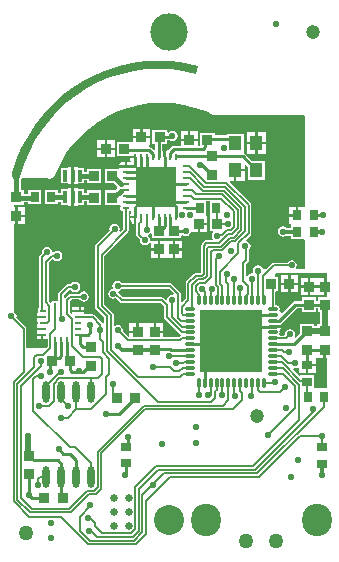
<source format=gtl>
%FSLAX25Y25*%
%MOIN*%
G70*
G01*
G75*
G04 Layer_Physical_Order=1*
G04 Layer_Color=255*
%ADD10O,0.02559X0.00984*%
%ADD11O,0.00984X0.02559*%
%ADD12R,0.13780X0.13780*%
%ADD13R,0.00984X0.02150*%
%ADD14R,0.02150X0.00984*%
%ADD15C,0.02953*%
%ADD16R,0.04331X0.05118*%
%ADD17R,0.03740X0.03543*%
%ADD18R,0.03543X0.03150*%
%ADD19R,0.03543X0.03740*%
%ADD20R,0.03150X0.03543*%
%ADD21O,0.02362X0.07284*%
%ADD22R,0.01378X0.03937*%
%ADD23O,0.03465X0.01102*%
%ADD24O,0.01102X0.03465*%
%ADD25R,0.20866X0.20866*%
%ADD26C,0.04700*%
%ADD27C,0.01000*%
%ADD28C,0.00600*%
%ADD29C,0.01640*%
%ADD30C,0.01200*%
%ADD31C,0.00800*%
%ADD32C,0.02000*%
%ADD33C,0.01100*%
%ADD34C,0.01500*%
%ADD35O,0.09843X0.10827*%
%ADD36C,0.12500*%
%ADD37C,0.10000*%
%ADD38C,0.02200*%
%ADD39C,0.02598*%
%ADD40C,0.05000*%
G36*
X68181Y118672D02*
X68181D01*
Y113928D01*
X68181D01*
Y113572D01*
X68081Y113472D01*
X68081D01*
Y108728D01*
X69005D01*
X69045Y108670D01*
X69249Y108287D01*
X68899Y107763D01*
X68767Y107100D01*
X68899Y106437D01*
X69085Y106159D01*
X68849Y105718D01*
X67000D01*
X66707Y105659D01*
X66649Y105648D01*
X66351Y105449D01*
X65451Y104549D01*
X65252Y104251D01*
X65182Y103900D01*
Y94861D01*
X65139Y94818D01*
X63578D01*
X63226Y94748D01*
X62929Y94549D01*
X60351Y91971D01*
X60152Y91674D01*
X60082Y91322D01*
Y86080D01*
X58980Y84977D01*
X58518Y85169D01*
Y87800D01*
X58448Y88151D01*
X58249Y88449D01*
X55549Y91149D01*
X55251Y91348D01*
X54900Y91418D01*
X38831D01*
X38626Y91726D01*
X38063Y92101D01*
X37400Y92233D01*
X36737Y92101D01*
X36174Y91726D01*
X35799Y91163D01*
X35667Y90500D01*
X35799Y89837D01*
X35689Y89571D01*
X35337Y89501D01*
X34774Y89126D01*
X34399Y88563D01*
X34267Y87900D01*
X34399Y87237D01*
X34774Y86674D01*
X35337Y86299D01*
X36000Y86167D01*
X36663Y86299D01*
X36852Y86425D01*
X38226Y85051D01*
X38524Y84852D01*
X38875Y84782D01*
X51720D01*
X52885Y83618D01*
Y80108D01*
X52885Y80108D01*
X52885D01*
X52955Y79757D01*
X53153Y79459D01*
X58262Y74351D01*
X58262D01*
X58262Y74351D01*
X58262Y74351D01*
Y74351D01*
X58412Y74251D01*
Y73751D01*
X58235Y73633D01*
X57901Y73299D01*
X52672D01*
Y74751D01*
X49900D01*
Y75151D01*
X49500D01*
Y78021D01*
X47128D01*
Y78021D01*
X46920D01*
X46872Y78070D01*
Y78070D01*
X44500D01*
Y75200D01*
X44100D01*
Y74800D01*
X41328D01*
Y73723D01*
X40866Y73531D01*
X39061Y75337D01*
X39133Y75700D01*
X39001Y76363D01*
X38626Y76926D01*
X38063Y77301D01*
X37400Y77433D01*
X36737Y77301D01*
X36559Y77182D01*
X36118Y77418D01*
Y80800D01*
X36048Y81151D01*
X35849Y81449D01*
X33018Y84280D01*
Y100525D01*
X40808Y108315D01*
X41007Y108613D01*
X41077Y108964D01*
Y115423D01*
X41373Y115481D01*
X41648Y115665D01*
X41847Y115559D01*
X41969Y115074D01*
X41805Y114829D01*
X41689Y114246D01*
Y113859D01*
X43210D01*
Y113459D01*
X43610D01*
Y110909D01*
X43682Y110850D01*
Y107600D01*
X43752Y107249D01*
X43951Y106951D01*
X44839Y106063D01*
X44767Y105700D01*
X44899Y105037D01*
X45274Y104474D01*
X45837Y104099D01*
X46500Y103967D01*
X47163Y104099D01*
X47726Y104474D01*
X47950Y104810D01*
X48428Y104665D01*
Y103049D01*
X50800D01*
Y105519D01*
X48428D01*
X48428Y105519D01*
Y105519D01*
X48343Y105536D01*
X48233Y105700D01*
D01*
X48101Y106363D01*
X47726Y106926D01*
X47458Y107105D01*
X47555Y107595D01*
X47811Y107646D01*
X48373Y108022D01*
X48828Y107717D01*
Y106281D01*
X53572D01*
Y106281D01*
X53572D01*
X53572Y106281D01*
X53828D01*
Y106281D01*
X58572D01*
Y107246D01*
X59013Y107482D01*
X59437Y107199D01*
X60100Y107067D01*
X60763Y107199D01*
X61326Y107574D01*
X61701Y108137D01*
X61739Y108328D01*
X64049D01*
Y111100D01*
X64449D01*
Y111500D01*
X67319D01*
Y113872D01*
X67019D01*
Y113928D01*
X67019D01*
Y118672D01*
D01*
Y118672D01*
X67030Y118682D01*
X68181D01*
Y118672D01*
D02*
G37*
G36*
X56076Y88026D02*
X55840Y87586D01*
X55600Y87633D01*
X54937Y87501D01*
X54374Y87126D01*
X53999Y86563D01*
X53867Y85900D01*
X53309Y85789D01*
X52749Y86349D01*
X52451Y86548D01*
X52100Y86618D01*
X39255D01*
X37674Y88199D01*
X37601Y88563D01*
X37711Y88829D01*
X38063Y88899D01*
X38626Y89274D01*
X38831Y89582D01*
X54520D01*
X56076Y88026D01*
D02*
G37*
G36*
X104328Y81679D02*
X104769D01*
Y79810D01*
X104767Y79800D01*
X104869Y79287D01*
Y77821D01*
X104028D01*
Y76983D01*
X102972D01*
Y77821D01*
X98228D01*
Y74638D01*
X96843Y73253D01*
X96457Y73570D01*
X96501Y73637D01*
X96633Y74300D01*
X96501Y74963D01*
X96126Y75526D01*
X95563Y75901D01*
X94900Y76033D01*
X94237Y75901D01*
X93674Y75526D01*
X93299Y74963D01*
X93167Y74300D01*
X93169Y74288D01*
X92852Y73902D01*
X91473D01*
X91238Y74343D01*
X91345Y74504D01*
X91434Y74953D01*
X91345Y75402D01*
X91310Y75455D01*
X91379Y75803D01*
X91379Y75803D01*
X91379D01*
X91722Y76316D01*
X91763Y76521D01*
X89079D01*
Y77321D01*
X91763D01*
X91722Y77526D01*
X91688Y77577D01*
X91783Y77807D01*
X92163Y78061D01*
X92163Y78061D01*
X92163Y78061D01*
X97179Y83076D01*
X98828D01*
Y81679D01*
X103572D01*
Y83076D01*
X104328D01*
Y81679D01*
D02*
G37*
G36*
X107300Y93121D02*
X107100D01*
Y90251D01*
Y87381D01*
X107300D01*
Y86619D01*
X104328D01*
Y85421D01*
X103572D01*
Y86619D01*
X98828D01*
Y85421D01*
X96693D01*
X96245Y85332D01*
X95864Y85078D01*
X92212Y81426D01*
X91714Y81475D01*
X91379Y81977D01*
Y81977D01*
X91379D01*
X91310Y82325D01*
X91345Y82378D01*
X91434Y82827D01*
X91345Y83276D01*
X91091Y83657D01*
X90710Y83911D01*
X90261Y84000D01*
X90031D01*
X90010Y88474D01*
X90363Y88828D01*
X91019D01*
Y93572D01*
X89986D01*
X89982Y94346D01*
X90335Y94700D01*
X107300D01*
Y93121D01*
D02*
G37*
G36*
X55478Y165288D02*
X59841Y164713D01*
X64137Y163761D01*
X63838Y162538D01*
X63372Y161232D01*
X59328Y162129D01*
X55221Y162670D01*
X51082Y162850D01*
X46943Y162670D01*
X42836Y162129D01*
X38792Y161232D01*
X34841Y159987D01*
X31013Y158401D01*
X27339Y156489D01*
X23845Y154263D01*
X20558Y151741D01*
X17504Y148942D01*
X14705Y145888D01*
X12184Y142601D01*
X9958Y139107D01*
X8045Y135433D01*
X6459Y131606D01*
X5214Y127655D01*
X4586Y126219D01*
X4389Y126317D01*
X2617Y126809D01*
X2420Y127006D01*
X2359Y128093D01*
X3682Y132290D01*
X5366Y136355D01*
X7398Y140259D01*
X9763Y143970D01*
X12441Y147461D01*
X15414Y150706D01*
X18659Y153678D01*
X22150Y156357D01*
X25861Y158722D01*
X29764Y160754D01*
X33830Y162437D01*
X38027Y163761D01*
X42323Y164713D01*
X46686Y165288D01*
X51082Y165480D01*
X55478Y165288D01*
D02*
G37*
G36*
X106800Y66379D02*
X107300D01*
Y56744D01*
X107029Y56500D01*
Y56500D01*
X107029Y56500D01*
X102972D01*
Y60719D01*
X98228D01*
X98228Y60719D01*
Y60719D01*
X97908Y60586D01*
X95871Y62624D01*
X96107Y63065D01*
X96600Y62967D01*
X97263Y63099D01*
X97387Y63182D01*
X97828Y62946D01*
Y61481D01*
X100200D01*
Y64056D01*
X100600D01*
Y64456D01*
X103372D01*
Y66379D01*
X103628D01*
Y66379D01*
X106000D01*
Y69249D01*
X106800D01*
Y66379D01*
D02*
G37*
G36*
X55838Y151383D02*
X59542Y150833D01*
X63175Y149924D01*
X66702Y148662D01*
X69075Y147539D01*
X69075Y147539D01*
X69075Y147539D01*
X69107Y147548D01*
X69209Y147480D01*
X70029Y147317D01*
X99619D01*
X99972Y146963D01*
X99931Y116772D01*
X99821D01*
X99819D01*
X99577Y116772D01*
X99577Y116772D01*
Y116772D01*
X97644D01*
Y114000D01*
X97244D01*
Y113600D01*
X94669D01*
Y111228D01*
X95069D01*
Y110772D01*
X95069D01*
Y109624D01*
X93861D01*
X93726Y109826D01*
X93163Y110201D01*
X92500Y110333D01*
X91837Y110201D01*
X91274Y109826D01*
X90899Y109263D01*
X90767Y108600D01*
X90899Y107937D01*
X91274Y107374D01*
X91837Y106999D01*
X92500Y106867D01*
X93163Y106999D01*
X93429Y107176D01*
X95069D01*
Y106028D01*
X99419D01*
Y106028D01*
X99563Y106028D01*
X99916Y105674D01*
X99904Y96355D01*
X99548Y96004D01*
X97126Y96032D01*
X96893Y96474D01*
X97001Y96637D01*
X97133Y97300D01*
X97001Y97963D01*
X96626Y98526D01*
X96063Y98901D01*
X95400Y99033D01*
X94737Y98901D01*
X94174Y98526D01*
X93969Y98218D01*
X89400D01*
X89107Y98159D01*
X89049Y98148D01*
X88751Y97949D01*
X86952Y96149D01*
X85821Y96162D01*
X85801Y96263D01*
X85426Y96826D01*
X84863Y97201D01*
X84200Y97333D01*
X83537Y97201D01*
X82974Y96826D01*
X82599Y96263D01*
X82586Y96200D01*
X82540Y96200D01*
X82543Y95984D01*
X82467Y95600D01*
X82555Y95157D01*
X82558Y94931D01*
X82200Y94633D01*
X81537Y94501D01*
X80974Y94126D01*
X80696Y93709D01*
X80218Y93854D01*
Y97753D01*
X80870Y98405D01*
X81069Y98703D01*
X81139Y99054D01*
Y102416D01*
X81226Y102474D01*
X81601Y103037D01*
X81733Y103700D01*
X81601Y104363D01*
X81226Y104926D01*
X80663Y105301D01*
X80275Y105379D01*
X80130Y105857D01*
X81749Y107476D01*
X81948Y107774D01*
X81959Y107832D01*
X82018Y108125D01*
Y117300D01*
X81948Y117651D01*
X81749Y117949D01*
X74674Y125024D01*
X74865Y125486D01*
X76213D01*
Y129045D01*
X76613D01*
Y129445D01*
X79779D01*
Y130682D01*
X80241Y130873D01*
X80935Y130179D01*
Y125886D01*
X86465D01*
Y132204D01*
X82082D01*
X79842Y134444D01*
X79478Y134687D01*
X79379Y134707D01*
Y134941D01*
X79379D01*
Y141259D01*
X73848D01*
Y140722D01*
X69821D01*
Y141572D01*
X64881D01*
Y137098D01*
X64119D01*
Y138800D01*
X58379D01*
Y137098D01*
X56077D01*
X56077Y137099D01*
X55648Y137013D01*
X55284Y136770D01*
X54228Y135714D01*
X54158Y135609D01*
X53668Y135512D01*
X53635Y135534D01*
X53453Y135570D01*
Y133341D01*
X52653D01*
Y135570D01*
X52643Y135568D01*
X52257Y135886D01*
Y137728D01*
X53921D01*
Y139078D01*
X54618D01*
X55037Y138799D01*
X55700Y138667D01*
X56363Y138799D01*
X56926Y139174D01*
X57301Y139737D01*
X57433Y140400D01*
X57301Y141063D01*
X56926Y141626D01*
X56363Y142001D01*
X55700Y142133D01*
X55037Y142001D01*
X54474Y141626D01*
X54400Y141514D01*
X53921Y141659D01*
Y142472D01*
X48981D01*
Y137728D01*
X49912D01*
Y135855D01*
X49450Y135663D01*
X48600Y136514D01*
X48236Y136757D01*
X47864Y136831D01*
X47913Y137328D01*
X48219D01*
Y139700D01*
X42479D01*
Y138910D01*
X42140Y138572D01*
X42125Y138572D01*
X42125Y138572D01*
Y138572D01*
X37200D01*
Y133828D01*
X41689D01*
Y133741D01*
X43210D01*
Y132941D01*
X41689D01*
Y132554D01*
X41785Y132068D01*
X41432Y131715D01*
X40946Y131811D01*
X40559D01*
Y130290D01*
X40159D01*
Y129890D01*
X37930D01*
X37936Y129858D01*
X37626Y129480D01*
X37613Y129472D01*
X33181D01*
Y124728D01*
X36244D01*
X36650Y124323D01*
X36650Y124323D01*
X36650Y124323D01*
X37305Y123343D01*
X37305Y123168D01*
X36408Y122272D01*
X33181D01*
Y117528D01*
X38121D01*
X38121Y117528D01*
X38121D01*
X38296Y117403D01*
D01*
X38296D01*
X38378Y116989D01*
X38343Y116936D01*
X38258Y116510D01*
X38343Y116084D01*
X38584Y115723D01*
X38945Y115481D01*
X39241Y115423D01*
Y109344D01*
X38453Y108556D01*
X38012Y108792D01*
X38133Y109400D01*
X38001Y110063D01*
X37626Y110626D01*
X37063Y111001D01*
X36400Y111133D01*
X35737Y111001D01*
X35174Y110626D01*
X34799Y110063D01*
X34667Y109400D01*
X34756Y108953D01*
X30116Y104314D01*
X29917Y104016D01*
X29847Y103665D01*
Y83538D01*
X29917Y83187D01*
X30116Y82889D01*
X32882Y80123D01*
Y78162D01*
X32404Y78017D01*
X32249Y78249D01*
X29780Y80717D01*
X29483Y80916D01*
X29131Y80986D01*
X26363D01*
Y81637D01*
X22214D01*
Y81437D01*
X21752Y81246D01*
X21375Y81622D01*
Y82224D01*
X21550D01*
Y85491D01*
X22041Y85982D01*
X24669D01*
X24874Y85674D01*
X25437Y85299D01*
X26100Y85167D01*
X26763Y85299D01*
X27326Y85674D01*
X27701Y86237D01*
X27833Y86900D01*
X27701Y87563D01*
X27326Y88126D01*
X26763Y88501D01*
X26100Y88633D01*
X25437Y88501D01*
X24874Y88126D01*
X24669Y87818D01*
X21661D01*
X21310Y87748D01*
X21012Y87549D01*
X19869Y86406D01*
X19476Y86568D01*
X19407Y86614D01*
Y87409D01*
X21180Y89182D01*
X21769D01*
X21974Y88874D01*
X22537Y88499D01*
X23200Y88367D01*
X23863Y88499D01*
X24426Y88874D01*
X24801Y89437D01*
X24933Y90100D01*
X24801Y90763D01*
X24426Y91326D01*
X23863Y91701D01*
X23200Y91833D01*
X22537Y91701D01*
X21974Y91326D01*
X21769Y91018D01*
X20800D01*
X20449Y90948D01*
X20151Y90749D01*
X17840Y88438D01*
X17641Y88140D01*
X17572Y87789D01*
Y85574D01*
X15429D01*
Y85098D01*
X14967Y84907D01*
X14518Y85356D01*
Y98120D01*
X15699Y99301D01*
X15974Y99274D01*
X16537Y98899D01*
X17200Y98767D01*
X17863Y98899D01*
X18426Y99274D01*
X18801Y99837D01*
X18933Y100500D01*
X18801Y101163D01*
X18426Y101726D01*
X17863Y102101D01*
X17200Y102233D01*
X16537Y102101D01*
X16043Y101771D01*
X15682Y101921D01*
X15575Y101992D01*
X15501Y102363D01*
X15126Y102926D01*
X14563Y103301D01*
X13900Y103433D01*
X13237Y103301D01*
X12674Y102926D01*
X12299Y102363D01*
X12167Y101700D01*
X12239Y101337D01*
X11541Y100639D01*
X11342Y100341D01*
X11272Y99990D01*
Y83129D01*
X11015D01*
Y81561D01*
X10615D01*
Y80468D01*
X12190D01*
Y79668D01*
X10615D01*
Y78576D01*
X11015D01*
Y77624D01*
X10615D01*
Y76531D01*
X12190D01*
Y75731D01*
X10615D01*
Y74639D01*
Y74563D01*
X12190D01*
Y74163D01*
X12590D01*
Y72671D01*
X14103D01*
Y70301D01*
X13494Y69692D01*
X7009Y69697D01*
Y76209D01*
X6939Y76560D01*
X6740Y76857D01*
X3661Y79937D01*
X3733Y80300D01*
X3601Y80963D01*
X3226Y81526D01*
X3000Y81676D01*
Y110979D01*
X3300D01*
Y113849D01*
Y116719D01*
X3000D01*
Y117481D01*
X6072D01*
Y118352D01*
X7569D01*
Y117628D01*
X11919D01*
Y122372D01*
X7569D01*
Y121248D01*
X6072D01*
Y122421D01*
X5148D01*
Y125870D01*
X5197Y125903D01*
X5656Y126590D01*
D01*
Y126590D01*
X5656D01*
D01*
Y126590D01*
X5892Y126683D01*
X6071Y126564D01*
X6500Y126478D01*
X13805D01*
X13903Y126413D01*
X14723Y126250D01*
X15542Y126413D01*
X16237Y126877D01*
X16701Y127571D01*
X16706Y127596D01*
X16693Y127601D01*
X16839Y128008D01*
X18440Y131394D01*
X20366Y134606D01*
X22596Y137614D01*
X25112Y140389D01*
X27887Y142904D01*
X30895Y145135D01*
X34107Y147061D01*
X37493Y148662D01*
X41019Y149924D01*
X44652Y150833D01*
X48357Y151383D01*
X52097Y151567D01*
X55838Y151383D01*
D02*
G37*
%LPC*%
G36*
X104282Y93121D02*
Y93121D01*
X103972Y93121D01*
X103950D01*
X103928D01*
X103618Y93121D01*
X103618Y93121D01*
Y93121D01*
X101600D01*
Y90251D01*
Y87381D01*
X103618D01*
X103618Y87381D01*
Y87381D01*
X103928Y87381D01*
X103950D01*
X103972D01*
X104282Y87381D01*
X104282Y87381D01*
Y87381D01*
X106300D01*
Y90251D01*
Y93121D01*
X104282D01*
X104282Y93121D01*
D02*
G37*
G36*
X94251Y93972D02*
X91781D01*
Y91600D01*
X94251D01*
Y93972D01*
D02*
G37*
G36*
X97521D02*
X95051D01*
Y91600D01*
X97521D01*
Y93972D01*
D02*
G37*
G36*
X58972Y105519D02*
X56600D01*
Y103049D01*
X58972D01*
Y105519D01*
D02*
G37*
G36*
X67319Y110700D02*
X64849D01*
Y108328D01*
X67319D01*
Y110700D01*
D02*
G37*
G36*
X58972Y102249D02*
X56600D01*
Y99779D01*
X58972D01*
Y102249D01*
D02*
G37*
G36*
X50800D02*
X48428D01*
Y99779D01*
X50800D01*
Y102249D01*
D02*
G37*
G36*
X55800Y105519D02*
X51600D01*
Y102649D01*
Y99779D01*
X55800D01*
Y102649D01*
Y105519D01*
D02*
G37*
G36*
X100800Y93121D02*
X98428D01*
Y90651D01*
X100800D01*
Y93121D01*
D02*
G37*
G36*
X52672Y78021D02*
X50300D01*
Y75551D01*
X52672D01*
Y78021D01*
D02*
G37*
G36*
X43700Y78070D02*
X41328D01*
Y75600D01*
X43700D01*
Y78070D01*
D02*
G37*
G36*
X103372Y63656D02*
X101000D01*
Y61481D01*
X103372D01*
Y63656D01*
D02*
G37*
G36*
X11790Y73763D02*
X10615D01*
Y72671D01*
X11790D01*
Y73763D01*
D02*
G37*
G36*
X24388Y83529D02*
X22214D01*
Y82437D01*
X24388D01*
Y83529D01*
D02*
G37*
G36*
X94251Y90800D02*
X91781D01*
Y88428D01*
X94251D01*
Y90800D01*
D02*
G37*
G36*
X97521D02*
X95051D01*
Y88428D01*
X97521D01*
Y90800D01*
D02*
G37*
G36*
X26363Y83529D02*
X25188D01*
Y82437D01*
X26363D01*
Y83529D01*
D02*
G37*
G36*
X100800Y89851D02*
X98428D01*
Y87381D01*
X100800D01*
Y89851D01*
D02*
G37*
G36*
X33168Y138972D02*
X30698D01*
Y136600D01*
X33168D01*
Y138972D01*
D02*
G37*
G36*
X36438D02*
X33968D01*
Y136600D01*
X36438D01*
Y138972D01*
D02*
G37*
G36*
X86865Y137700D02*
X84100D01*
Y134541D01*
X86865D01*
Y137700D01*
D02*
G37*
G36*
X36438Y135800D02*
X33968D01*
Y133428D01*
X36438D01*
Y135800D01*
D02*
G37*
G36*
X83300Y137700D02*
X80535D01*
Y134541D01*
X83300D01*
Y137700D01*
D02*
G37*
G36*
Y141659D02*
X80535D01*
Y138500D01*
X83300D01*
Y141659D01*
D02*
G37*
G36*
X44949Y142872D02*
X42479D01*
Y140500D01*
X44949D01*
Y142872D01*
D02*
G37*
G36*
X48219D02*
X45749D01*
Y140500D01*
X48219D01*
Y142872D01*
D02*
G37*
G36*
X64119Y141972D02*
X61649D01*
Y139600D01*
X64119D01*
Y141972D01*
D02*
G37*
G36*
X86865Y141659D02*
X84100D01*
Y138500D01*
X86865D01*
Y141659D01*
D02*
G37*
G36*
X60849Y141972D02*
X58379D01*
Y139600D01*
X60849D01*
Y141972D01*
D02*
G37*
G36*
X96844Y116772D02*
X94669D01*
Y114400D01*
X96844D01*
Y116772D01*
D02*
G37*
G36*
X24089Y123125D02*
X22800D01*
Y120157D01*
Y117188D01*
X24089D01*
Y117588D01*
X26248D01*
Y118609D01*
X27079D01*
Y117528D01*
X32019D01*
Y122272D01*
X27079D01*
Y121505D01*
X26248D01*
Y122725D01*
X24089D01*
Y123125D01*
D02*
G37*
G36*
X6472Y116719D02*
X4100D01*
Y114249D01*
X6472D01*
Y116719D01*
D02*
G37*
G36*
Y113449D02*
X4100D01*
Y110979D01*
X6472D01*
Y113449D01*
D02*
G37*
G36*
X42810Y113059D02*
X41689D01*
Y112672D01*
X41805Y112090D01*
X42134Y111596D01*
X42628Y111266D01*
X42810Y111230D01*
Y113059D01*
D02*
G37*
G36*
X22000Y123125D02*
X20711D01*
Y122725D01*
X18552D01*
Y121448D01*
X17431D01*
Y122372D01*
X13081D01*
Y117628D01*
X17431D01*
Y118552D01*
X18552D01*
Y117588D01*
X20711D01*
Y117188D01*
X22000D01*
Y120157D01*
Y123125D01*
D02*
G37*
G36*
X39759Y131811D02*
X39372D01*
X38789Y131695D01*
X38296Y131366D01*
X37966Y130872D01*
X37930Y130690D01*
X39759D01*
Y131811D01*
D02*
G37*
G36*
X33168Y135800D02*
X30698D01*
Y133428D01*
X33168D01*
Y135800D01*
D02*
G37*
G36*
X79779Y128645D02*
X77013D01*
Y125486D01*
X79779D01*
Y128645D01*
D02*
G37*
G36*
X22000Y130212D02*
X20711D01*
Y129812D01*
X18552D01*
Y124675D01*
X20711D01*
Y124275D01*
X22000D01*
Y127243D01*
Y130212D01*
D02*
G37*
G36*
X24089D02*
X22800D01*
Y127243D01*
Y124275D01*
X24089D01*
Y124675D01*
X26248D01*
Y125696D01*
X27079D01*
Y124728D01*
X32019D01*
Y129472D01*
X27079D01*
Y128591D01*
X26248D01*
Y129812D01*
X24089D01*
Y130212D01*
D02*
G37*
%LPD*%
D10*
X40159Y130290D02*
D03*
Y128321D02*
D03*
Y126353D02*
D03*
Y124384D02*
D03*
Y122416D02*
D03*
Y120447D02*
D03*
Y118479D02*
D03*
Y116510D02*
D03*
X60041D02*
D03*
Y118479D02*
D03*
Y120447D02*
D03*
Y122416D02*
D03*
Y124384D02*
D03*
Y126353D02*
D03*
Y128321D02*
D03*
Y130290D02*
D03*
D11*
X43210Y113459D02*
D03*
X45179D02*
D03*
X47147D02*
D03*
X49116D02*
D03*
X51084D02*
D03*
X53053D02*
D03*
X55021D02*
D03*
X56990D02*
D03*
Y133341D02*
D03*
X55021D02*
D03*
X53053D02*
D03*
X51084D02*
D03*
X49116D02*
D03*
X47147D02*
D03*
X45179D02*
D03*
X43210D02*
D03*
D12*
X50100Y123400D02*
D03*
D13*
X20458Y72301D02*
D03*
X18489D02*
D03*
X16521D02*
D03*
Y83899D02*
D03*
X18489D02*
D03*
X20458D02*
D03*
D14*
X12690Y74163D02*
D03*
Y76131D02*
D03*
Y78100D02*
D03*
Y80068D02*
D03*
Y82037D02*
D03*
X24288D02*
D03*
Y80068D02*
D03*
Y78100D02*
D03*
Y76131D02*
D03*
Y74163D02*
D03*
D15*
X3700Y127400D02*
D03*
D16*
X83700Y138100D02*
D03*
X76613D02*
D03*
X83700Y129045D02*
D03*
X76613D02*
D03*
D17*
X43151Y53000D02*
D03*
X37049D02*
D03*
X15449Y65300D02*
D03*
X21551D02*
D03*
X70551Y111100D02*
D03*
X64449D02*
D03*
X35651Y119900D02*
D03*
X29549D02*
D03*
X35651Y127100D02*
D03*
X29549D02*
D03*
X12949Y19900D02*
D03*
X19051D02*
D03*
X39670Y136200D02*
D03*
X33568D02*
D03*
X45349Y140100D02*
D03*
X51451D02*
D03*
X67351Y139200D02*
D03*
X61249D02*
D03*
X94651Y91200D02*
D03*
X88549D02*
D03*
D18*
X40200Y36856D02*
D03*
Y31344D02*
D03*
X100600Y58544D02*
D03*
Y64056D02*
D03*
X105400Y31244D02*
D03*
Y36756D02*
D03*
D19*
X28400Y63898D02*
D03*
Y70000D02*
D03*
X56200Y102649D02*
D03*
Y108751D02*
D03*
X51200D02*
D03*
Y102649D02*
D03*
X3700Y119951D02*
D03*
Y113849D02*
D03*
X68800Y127549D02*
D03*
Y133651D02*
D03*
X101200Y84149D02*
D03*
Y90251D02*
D03*
X106700D02*
D03*
Y84149D02*
D03*
X100600Y69249D02*
D03*
Y75351D02*
D03*
X106400Y69249D02*
D03*
Y75351D02*
D03*
X49900Y75151D02*
D03*
Y69049D02*
D03*
X44100Y69098D02*
D03*
Y75200D02*
D03*
X7900Y27749D02*
D03*
Y33851D02*
D03*
D20*
X100744Y53600D02*
D03*
X106256D02*
D03*
X9744Y120000D02*
D03*
X15256D02*
D03*
X64844Y116300D02*
D03*
X70356D02*
D03*
X102756Y108400D02*
D03*
X97244D02*
D03*
X102756Y114000D02*
D03*
X97244D02*
D03*
D21*
X28700Y55073D02*
D03*
X23700D02*
D03*
X18700D02*
D03*
X13700D02*
D03*
X28700Y26727D02*
D03*
X23700D02*
D03*
X18700D02*
D03*
X13700D02*
D03*
D22*
X19841Y120157D02*
D03*
X22400D02*
D03*
X24959D02*
D03*
Y127243D02*
D03*
X22400D02*
D03*
X19841D02*
D03*
D23*
X89079Y61173D02*
D03*
Y63142D02*
D03*
Y65110D02*
D03*
Y67079D02*
D03*
Y69047D02*
D03*
Y71016D02*
D03*
Y72984D02*
D03*
Y74953D02*
D03*
Y76921D02*
D03*
Y78890D02*
D03*
Y80858D02*
D03*
Y82827D02*
D03*
X61520D02*
D03*
Y80858D02*
D03*
Y78890D02*
D03*
Y76921D02*
D03*
Y74953D02*
D03*
Y72984D02*
D03*
Y71016D02*
D03*
Y69047D02*
D03*
Y67079D02*
D03*
Y65110D02*
D03*
Y63142D02*
D03*
Y61173D02*
D03*
D24*
X86127Y85780D02*
D03*
X84158D02*
D03*
X82190D02*
D03*
X80221D02*
D03*
X78253D02*
D03*
X76284D02*
D03*
X74316D02*
D03*
X72347D02*
D03*
X70379D02*
D03*
X68410D02*
D03*
X66442D02*
D03*
X64473D02*
D03*
Y58220D02*
D03*
X66442D02*
D03*
X68410D02*
D03*
X70379D02*
D03*
X72347D02*
D03*
X74316D02*
D03*
X76284D02*
D03*
X78253D02*
D03*
X80221D02*
D03*
X82190D02*
D03*
X84158D02*
D03*
X86127D02*
D03*
D25*
X75300Y72000D02*
D03*
D26*
X84000Y47000D02*
D03*
X102500Y175000D02*
D03*
D27*
X65649Y130700D02*
X68800Y127549D01*
X64800Y130700D02*
X65649D01*
X17800Y36100D02*
X19300Y34600D01*
X21600D01*
X17400Y32500D02*
X18700Y31200D01*
X9251Y32500D02*
X17400D01*
X55021Y134921D02*
X56077Y135977D01*
X55021Y134921D02*
X55800Y135700D01*
X56077Y135977D02*
X65928D01*
X67751Y139600D02*
X75700D01*
X66573Y138421D02*
X67751Y139600D01*
X66573Y136621D02*
Y138421D01*
X65928Y135977D02*
X66573Y136621D01*
X25900Y61800D02*
X27998Y63898D01*
X75700Y139600D02*
X75713Y139587D01*
Y138200D02*
Y139587D01*
X82800Y129145D02*
Y129900D01*
X79049Y133651D02*
X82800Y129900D01*
X68800Y133651D02*
X79049D01*
X18700Y20251D02*
Y26727D01*
Y20251D02*
X19051Y19900D01*
X40200Y27800D02*
Y31344D01*
X55500Y140200D02*
X55700Y140400D01*
X102756Y114000D02*
X102956Y114200D01*
X7900Y20900D02*
X8900Y19900D01*
X12949D01*
X107000Y89351D02*
X107000Y89351D01*
X20458Y66393D02*
Y71801D01*
X14900Y61700D02*
Y64751D01*
X55021Y109635D02*
X56200Y108456D01*
X40159Y120447D02*
X47147D01*
X40159Y126353D02*
X47147D01*
X61520Y71016D02*
X74316D01*
X49116Y113459D02*
Y122416D01*
X47147Y126353D02*
Y133341D01*
X53053Y126353D02*
Y133341D01*
X51084Y124384D02*
X60041D01*
X40035Y135721D02*
X47807D01*
X51084Y108572D02*
Y113459D01*
X60051Y116500D02*
X65044D01*
X66442Y58220D02*
Y63142D01*
X80221Y76921D02*
X89080D01*
X84158Y80858D02*
X89080D01*
X56249Y108800D02*
X60100D01*
X57300Y133651D02*
X68800D01*
X55021Y109635D02*
Y113459D01*
X60041Y116510D02*
X60051Y116500D01*
X55021Y133341D02*
Y134921D01*
X47807Y135721D02*
X49116Y134411D01*
Y133341D02*
Y134411D01*
X39956Y135800D02*
X40035Y135721D01*
X45179Y128321D02*
Y133341D01*
X43210Y130290D02*
Y133341D01*
X40159Y130290D02*
X43210D01*
X40159Y128321D02*
X45179D01*
X40159Y118479D02*
X45179D01*
X43210Y113459D02*
Y116690D01*
X56990Y113459D02*
Y117190D01*
X55021Y118479D02*
X60041D01*
X100700Y90351D02*
X106400D01*
X100600Y69249D02*
X106400D01*
X100600Y64056D02*
Y69249D01*
X37951Y47800D02*
X43151Y53000D01*
X33600Y47800D02*
X37951D01*
X18700Y27413D02*
Y31200D01*
X40800Y37456D02*
Y40100D01*
X20458Y66393D02*
X21551Y65300D01*
X51100Y108556D02*
X53053Y110509D01*
Y113459D01*
X51156Y140200D02*
X55500D01*
X21600Y34600D02*
X23700Y32500D01*
Y26727D02*
Y32500D01*
X24789Y74163D02*
X27388D01*
X28200Y74975D02*
Y77600D01*
X27388Y74163D02*
X28200Y74975D01*
X15449Y65300D02*
Y65549D01*
X16521Y66621D02*
Y71801D01*
X15449Y65300D02*
X16521Y66372D01*
X16521Y66372D01*
X15449Y65549D02*
X16521Y66621D01*
X24789Y71012D02*
Y74163D01*
Y71012D02*
X25800Y70000D01*
X28400D01*
X7900Y20900D02*
Y27749D01*
X27998Y63898D02*
X28400D01*
X22300Y61800D02*
X25900D01*
X21551Y62549D02*
X22300Y61800D01*
X21551Y62549D02*
Y65300D01*
X16521Y66372D02*
X17772D01*
X18489Y67089D01*
Y71801D01*
X55323Y69047D02*
X61520D01*
X54870Y69500D02*
X55323Y69047D01*
X50351Y69500D02*
X54870D01*
X49900Y69049D02*
X50351Y69500D01*
X102956Y114200D02*
X105800D01*
D28*
X32100Y100905D02*
X40159Y108964D01*
X32100Y83900D02*
Y100905D01*
Y83900D02*
X35200Y80800D01*
X30765Y83538D02*
Y103665D01*
Y83538D02*
X33800Y80503D01*
X30765Y103665D02*
X35800Y108700D01*
X58888Y83588D02*
X61000Y85700D01*
X36675Y87900D02*
X38875Y85700D01*
X36000Y87900D02*
X36675D01*
X74719Y106600D02*
Y106600D01*
X71719Y103600D02*
X74719Y106600D01*
X67800Y103600D02*
X71719D01*
X67300Y103100D02*
X67800Y103600D01*
X71222Y104800D02*
X73519Y107097D01*
X67000Y104800D02*
X71222D01*
X66100Y103900D02*
X67000Y104800D01*
X69100Y102400D02*
X72216D01*
X68500Y101800D02*
X69100Y102400D01*
X72216D02*
X73922Y104106D01*
X67300Y93903D02*
Y103100D01*
X66100Y94481D02*
Y103900D01*
X77700Y101400D02*
Y104725D01*
X71500Y95200D02*
X77700Y101400D01*
X71500Y91225D02*
Y95200D01*
X77700Y104725D02*
X81100Y108125D01*
X68500Y93406D02*
Y101800D01*
X82200Y85600D02*
Y92900D01*
X80900Y87808D02*
Y90500D01*
X80221Y85780D02*
Y87129D01*
X80900Y87808D01*
X79300Y92100D02*
X80900Y90500D01*
X79300Y92100D02*
Y98133D01*
X80221Y99054D02*
Y103479D01*
X79300Y98133D02*
X80221Y99054D01*
X80000Y103700D02*
X80221Y103479D01*
X84200Y85821D02*
Y93728D01*
X84158Y85780D02*
X84200Y85821D01*
X84158Y93770D02*
Y95342D01*
Y93770D02*
X84200Y93728D01*
X84158Y95342D02*
X84200Y95300D01*
Y95600D01*
X85779Y93676D02*
X86800Y94697D01*
X85779Y86128D02*
Y93676D01*
X76300Y91600D02*
Y92800D01*
X74316Y85780D02*
Y91084D01*
X73700Y91700D02*
X74316Y91084D01*
X73700Y91700D02*
Y94300D01*
X28500Y8700D02*
X30400Y6800D01*
X24600Y7374D02*
X27459Y4516D01*
X27500D01*
X18516Y13500D02*
X24600Y7416D01*
Y7374D02*
Y7416D01*
X27013Y6700D02*
X28113Y5600D01*
X26972Y6700D02*
X27013D01*
X25800Y7872D02*
X26972Y6700D01*
X25800Y7872D02*
Y7913D01*
X24800Y8913D02*
X25800Y7913D01*
X27800Y8700D02*
X28500D01*
X27500Y13000D02*
X28300D01*
X8006Y13500D02*
X18516D01*
X2828Y18677D02*
Y58528D01*
X8231Y14972D02*
X21772D01*
X4028Y19175D02*
Y57928D01*
X2828Y18677D02*
X8006Y13500D01*
X4028Y19175D02*
X8231Y14972D01*
X8728Y16172D02*
X21072D01*
X5228Y19672D02*
X8728Y16172D01*
X5228Y19672D02*
Y57228D01*
X44100Y60200D02*
X58100D01*
X35200Y69100D02*
X44100Y60200D01*
X35200Y69100D02*
Y80800D01*
X32600Y68303D02*
Y71800D01*
X34700Y61200D02*
Y66203D01*
X32600Y68303D02*
X34700Y66203D01*
X50800Y51800D02*
X68542D01*
X33800Y68800D02*
X50800Y51800D01*
X33800Y68800D02*
Y80503D01*
X31600Y72800D02*
X32600Y71800D01*
X31600Y72800D02*
Y77600D01*
X29131Y80069D02*
X31600Y77600D01*
X24788Y80069D02*
X29131D01*
X2000Y80300D02*
X6091Y76209D01*
Y61791D02*
Y76209D01*
X10400Y67600D02*
X12700D01*
X9700Y66900D02*
X10400Y67600D01*
X9700Y63600D02*
Y66900D01*
X12700Y67600D02*
X15021Y69921D01*
X4028Y57928D02*
X9700Y63600D01*
X33600Y60100D02*
X34700Y61200D01*
X33600Y54569D02*
Y60100D01*
X28631Y49600D02*
X33600Y54569D01*
X56186Y62114D02*
X58014D01*
X55006Y63294D02*
X56186Y62114D01*
X49100Y63294D02*
X55006D01*
X59042Y63142D02*
X61520D01*
X58014Y62114D02*
X59042Y63142D01*
X59073Y61173D02*
X61520D01*
X58100Y60200D02*
X59073Y61173D01*
X70379Y55879D02*
Y58220D01*
X69800Y55300D02*
X70379Y55879D01*
X69800Y53058D02*
Y55300D01*
X68542Y51800D02*
X69800Y53058D01*
X67600Y54100D02*
X68400D01*
X68410Y54090D01*
X64500Y54100D02*
X65200D01*
X64473Y54827D02*
X65200Y54100D01*
X46116Y50600D02*
X72500D01*
X46613Y49400D02*
X75800D01*
X74300Y52400D02*
Y58205D01*
X72500Y50600D02*
X74300Y52400D01*
X79000Y52600D02*
Y54800D01*
X75800Y49400D02*
X79000Y52600D01*
X78253Y55547D02*
X79000Y54800D01*
X78253Y55547D02*
Y58220D01*
X96500Y49700D02*
Y57100D01*
X87700Y40900D02*
X96500Y49700D01*
X97900Y45700D02*
Y57600D01*
X82600Y30400D02*
X97900Y45700D01*
X50200Y30400D02*
X82600D01*
X106149Y50220D02*
Y53493D01*
X52900Y28000D02*
X83928D01*
X106149Y50220D01*
X102500Y48400D02*
Y49400D01*
X83300Y29200D02*
X102500Y48400D01*
X50800Y29200D02*
X83300D01*
X98100Y40300D02*
X105400D01*
X84600Y26800D02*
X98100Y40300D01*
X54800Y26800D02*
X84600D01*
X43300Y23500D02*
X50200Y30400D01*
X43300Y9413D02*
Y23500D01*
X44500Y22900D02*
X50800Y29200D01*
X44500Y8916D02*
Y22900D01*
X46900Y18900D02*
X54800Y26800D01*
X46900Y7921D02*
Y18900D01*
X32000Y34787D02*
X46613Y49400D01*
X30781Y35265D02*
X46116Y50600D01*
X32000Y22926D02*
Y34787D01*
X30781Y23404D02*
Y35265D01*
X72347Y85780D02*
Y90378D01*
X68800Y89400D02*
Y89500D01*
X70800Y86358D02*
Y90228D01*
X70300Y85858D02*
X70800Y86358D01*
X71500Y91225D02*
X72347Y90378D01*
X65519Y93900D02*
X66100Y94481D01*
X63578Y93900D02*
X65519D01*
X61000Y91322D02*
X63578Y93900D01*
X61000Y85700D02*
Y91322D01*
X66016Y92700D02*
X66716Y93400D01*
X64074Y92700D02*
X66016D01*
X62200Y90825D02*
X64074Y92700D01*
X62200Y88174D02*
Y90825D01*
Y88174D02*
X62300Y88074D01*
Y82900D02*
Y88074D01*
X64549Y85855D02*
Y87523D01*
X63400Y88672D02*
X64549Y87523D01*
X63400Y88672D02*
Y90328D01*
X64572Y91500D01*
X66228D01*
X66328Y91400D01*
X66413D01*
X70300Y90728D02*
Y99700D01*
Y90728D02*
X70800Y90228D01*
X66413Y91400D02*
X67213Y92200D01*
X66442Y85780D02*
Y88458D01*
X65400Y89500D02*
X66442Y88458D01*
X67213Y92200D02*
X67294D01*
X66716Y93400D02*
X66797D01*
X67294Y92200D02*
X68500Y93406D01*
X66797Y93400D02*
X67300Y93903D01*
X76300Y110113D02*
Y115300D01*
X75187Y109000D02*
X76300Y110113D01*
X73725Y109000D02*
X75187D01*
X72319Y107594D02*
X73725Y109000D01*
X77500Y109616D02*
Y115797D01*
X75684Y107800D02*
X77500Y109616D01*
X74222Y107800D02*
X75684D01*
X73519Y107097D02*
X74222Y107800D01*
X78700Y109119D02*
Y116294D01*
X76181Y106600D02*
X78700Y109119D01*
X74719Y106600D02*
X76181D01*
X79900Y108622D02*
Y116791D01*
X76678Y105400D02*
X79900Y108622D01*
X75216Y105400D02*
X76678D01*
X73922Y104106D02*
X75216Y105400D01*
X81100Y108125D02*
Y117300D01*
X73519Y107097D02*
Y107097D01*
X72319Y107594D02*
Y107594D01*
X72025Y107300D02*
X72319Y107594D01*
X73922Y104106D02*
X73922D01*
X70500Y106400D02*
Y107100D01*
X89080Y82827D02*
Y91428D01*
X44600Y107600D02*
X46500Y105700D01*
X44600Y107600D02*
Y111271D01*
X45179Y111849D02*
Y113459D01*
X44600Y111271D02*
X45179Y111849D01*
X30400Y6800D02*
X42384D01*
X30000Y10378D02*
Y11300D01*
X28300Y13000D02*
X30000Y11300D01*
Y10378D02*
X32300Y8078D01*
X37400Y75700D02*
X40719Y72381D01*
X61302Y74900D02*
X61468D01*
X61202Y75000D02*
X61302Y74900D01*
X86127Y58220D02*
X89921D01*
X64473Y54827D02*
Y58220D01*
X84100Y55900D02*
Y57244D01*
X17838Y59615D02*
X28700D01*
X11700Y26800D02*
X13627D01*
X10973Y26073D02*
X11700Y26800D01*
X10973Y24000D02*
Y26073D01*
X72297Y121000D02*
X77500Y115797D01*
X72794Y122200D02*
X78700Y116294D01*
X71800Y121000D02*
X72297D01*
X71400Y107300D02*
X72025D01*
X18489Y79911D02*
X18900Y79500D01*
X76284Y85780D02*
Y91584D01*
X76300Y91600D01*
X23700Y55073D02*
Y58100D01*
X27085Y22185D02*
X29562D01*
X21072Y16172D02*
X27085Y22185D01*
X76284Y54316D02*
X76700Y53900D01*
X76284Y54316D02*
Y58220D01*
X82000Y53200D02*
Y53700D01*
Y53200D02*
X82200Y53000D01*
Y58210D01*
X37400Y90500D02*
X54900D01*
X70551Y111100D02*
X74200D01*
X74400Y110900D01*
X68410Y54090D02*
X68410D01*
X68410D02*
Y58220D01*
X70556Y111600D02*
Y116500D01*
X78253Y89653D02*
X78300Y89700D01*
X78253Y85780D02*
Y89653D01*
X18700Y52900D02*
X21000Y50600D01*
X21772Y14972D02*
X27785Y20985D01*
X29562Y22185D02*
X30781Y23404D01*
X74300Y58205D02*
X74316Y58220D01*
X23700Y49500D02*
Y55073D01*
X47147Y109247D02*
Y113459D01*
X35900Y54149D02*
X37049Y53000D01*
X35900Y54149D02*
Y57900D01*
X89080Y67079D02*
X89158Y67000D01*
X54479Y67079D02*
X61520D01*
X72347Y54553D02*
Y58220D01*
X68410Y85780D02*
Y89790D01*
X23700Y49500D02*
X23800Y49600D01*
X28631D01*
X18326Y61800D02*
X18500D01*
X13700Y57174D02*
X18326Y61800D01*
X13700Y55073D02*
Y57174D01*
X93584Y72984D02*
X94900Y74300D01*
X89080Y63142D02*
X89121Y63100D01*
X106149Y53493D02*
X106256Y53600D01*
X89400Y97300D02*
X95400D01*
X61468Y74900D02*
X61520Y74953D01*
X61399Y76800D02*
X61520Y76921D01*
X61431Y78800D02*
X61520Y78890D01*
X18489Y79911D02*
Y87789D01*
X20800Y90100D01*
X23200D01*
X72000Y119600D02*
X76300Y115300D01*
X73700Y124700D02*
X81100Y117300D01*
X100600Y53744D02*
Y58544D01*
Y53744D02*
X100744Y53600D01*
X73191Y123500D02*
X79900Y116791D01*
X86799Y94699D02*
X86800Y94697D01*
X86799Y94699D02*
Y94699D01*
X89400Y97300D01*
X85779Y86128D02*
X86127Y85780D01*
X11331Y50532D02*
X14562D01*
X24800Y13584D02*
X28273Y17058D01*
X105400Y36756D02*
Y40300D01*
X105400Y36756D02*
X105400Y36756D01*
X27785Y20985D02*
X30059D01*
X12190Y78100D02*
X14000D01*
X14665Y78765D01*
X20458Y85697D02*
X21661Y86900D01*
X26100D01*
X12190Y82037D02*
Y99990D01*
X13900Y101700D01*
X13600Y98500D02*
X15600Y100500D01*
X17200D01*
X14562Y50532D02*
X16100Y52069D01*
Y57877D01*
X17838Y59615D01*
X40719Y72381D02*
X58281D01*
X58884Y72984D01*
X61520D01*
X58911Y75000D02*
X61202D01*
X58900Y76800D02*
X61399D01*
X58600Y78800D02*
X61431D01*
X55600Y80100D02*
X58900Y76800D01*
X55600Y80100D02*
Y85900D01*
X53802Y80108D02*
X58911Y75000D01*
X59090Y64800D02*
X59400Y65110D01*
X57000Y64800D02*
X59090D01*
X59400Y65110D02*
X62220D01*
X84100Y55900D02*
X85000Y55000D01*
X91400D01*
X93300Y56900D01*
X89080Y72984D02*
X93584D01*
X89080Y69047D02*
X92153D01*
X92900Y68300D01*
X94500D01*
X89158Y67000D02*
X92000D01*
X94300Y64700D01*
X96600D01*
X89080Y65056D02*
X92141D01*
X89121Y63100D02*
X92400D01*
X92141Y65056D02*
X98297Y58900D01*
X99200D01*
X92400Y63100D02*
X97900Y57600D01*
X89080Y61173D02*
X92427D01*
X96500Y57100D01*
X89080Y91428D02*
X89300Y91649D01*
X66128Y125306D02*
Y125363D01*
X65840Y122200D02*
X72794D01*
X66237Y123500D02*
X73191D01*
X61201Y130290D02*
X66128Y125363D01*
Y125306D02*
X66734Y124700D01*
X73700D01*
X61416Y128321D02*
X66237Y123500D01*
X61687Y126353D02*
X65840Y122200D01*
X60041Y130290D02*
X61201D01*
X60041Y128321D02*
X61416D01*
X60041Y126353D02*
X61687D01*
X60041Y120447D02*
X61953D01*
X62800Y119600D01*
X72000D01*
X60041Y122416D02*
X62084D01*
X63500Y121000D01*
X72297D01*
X35700Y108700D02*
X35800D01*
X30059Y20985D02*
X32000Y22926D01*
X10100Y60400D02*
X11900D01*
X11800Y63800D02*
Y65400D01*
X20458Y81242D02*
Y85697D01*
Y81242D02*
X22314Y79386D01*
X38875Y85700D02*
X52100D01*
X53802Y83998D01*
Y80108D02*
Y83998D01*
X59342Y80858D02*
X61520D01*
X58888Y81312D02*
X59342Y80858D01*
X58888Y81312D02*
Y83588D01*
X57600Y79800D02*
X58600Y78800D01*
X57600Y79800D02*
Y87800D01*
X54900Y90500D02*
X57600Y87800D01*
X32300Y8078D02*
X41965D01*
X22314Y70486D02*
Y79386D01*
Y70486D02*
X25900Y66900D01*
X31400D01*
X32100Y66200D01*
Y61000D02*
Y66200D01*
X30715Y59615D02*
X32100Y61000D01*
X28700Y59615D02*
X30715D01*
X28700Y55073D02*
Y59615D01*
X13600Y84976D02*
Y98500D01*
Y84976D02*
X14665Y83911D01*
Y78765D02*
Y83911D01*
X15021Y69921D02*
Y74521D01*
X16521Y76021D01*
Y84399D01*
X73700Y94300D02*
X73800Y94400D01*
X20800Y46600D02*
X23700Y49500D01*
X18700Y46600D02*
X20800D01*
X41965Y8078D02*
X43300Y9413D01*
X42384Y6800D02*
X44500Y8916D01*
X42881Y5600D02*
X45700Y8419D01*
Y20800D01*
X43378Y4400D02*
X46900Y7921D01*
X45700Y20800D02*
X52900Y28000D01*
X24800Y8913D02*
Y13584D01*
X28113Y5600D02*
X42881D01*
X9300Y59600D02*
X10100Y60400D01*
X27500Y4400D02*
X43378D01*
X23300Y36800D02*
X28700Y31400D01*
Y26727D02*
Y31400D01*
X5228Y57228D02*
X11800Y63800D01*
X2828Y58528D02*
X6091Y61791D01*
X9300Y48900D02*
Y59600D01*
Y48900D02*
X21400Y36800D01*
X23300D01*
X35700Y108700D02*
X36400Y109400D01*
X40159Y108964D02*
Y116510D01*
D29*
X4000Y119851D02*
X4051Y119800D01*
X3700Y120151D02*
X4000Y119851D01*
X3700Y120151D02*
Y127400D01*
X4051Y119800D02*
X10244D01*
X16200Y120000D02*
X19300D01*
X25736Y127143D02*
X28501D01*
X25736Y120057D02*
X28901D01*
X36592Y120408D02*
X38398Y122214D01*
X36660Y126360D02*
X38480Y124541D01*
D30*
X37400Y70600D02*
X38902Y69098D01*
X44100D02*
X44149Y69049D01*
X49900D01*
X92700Y108400D02*
X97244D01*
X14900Y64751D02*
X15449Y65300D01*
X105600Y27372D02*
Y31244D01*
X38902Y69098D02*
X44100D01*
X102856Y108300D02*
X105600D01*
D31*
X28273Y17058D02*
Y17527D01*
D32*
X100600Y75351D02*
X106400D01*
X106400Y79800D02*
Y84249D01*
X106400Y79800D02*
X106400Y79800D01*
X106400Y79800D02*
X106500D01*
Y75451D02*
Y79800D01*
X106400Y75351D02*
X106500Y75451D01*
X7700Y34051D02*
Y40500D01*
D33*
X89079Y71016D02*
X96216D01*
X89079Y78890D02*
X91334D01*
X96693Y84249D01*
X106400D01*
X96240Y70991D02*
X100600Y75351D01*
X51084Y133341D02*
Y139733D01*
D34*
X51451Y140100D01*
D35*
X103804Y12395D02*
D03*
X66796D02*
D03*
D36*
X54700Y175100D02*
D03*
D37*
Y12300D02*
D03*
D38*
X18986Y113976D02*
D03*
X21486D02*
D03*
X85236Y111476D02*
D03*
X92300Y115400D02*
D03*
X58986Y143976D02*
D03*
X105236Y61476D02*
D03*
X90236Y141476D02*
D03*
Y136476D02*
D03*
X88986Y143976D02*
D03*
Y138976D02*
D03*
Y133976D02*
D03*
X87736Y131476D02*
D03*
X88986Y128976D02*
D03*
X87736Y126476D02*
D03*
X86486Y143976D02*
D03*
Y123976D02*
D03*
X85236Y116476D02*
D03*
X83986Y143976D02*
D03*
Y123976D02*
D03*
X82736Y121476D02*
D03*
X83986Y118976D02*
D03*
Y113976D02*
D03*
Y108976D02*
D03*
Y98976D02*
D03*
X81486Y143976D02*
D03*
Y123976D02*
D03*
X80236Y121476D02*
D03*
X78986Y143976D02*
D03*
Y123976D02*
D03*
X76486Y143976D02*
D03*
X73986D02*
D03*
X72736Y136476D02*
D03*
X73986Y113976D02*
D03*
X71486Y143976D02*
D03*
X67736Y146476D02*
D03*
X68986Y143976D02*
D03*
X66486D02*
D03*
X63986D02*
D03*
X61486Y148976D02*
D03*
Y143976D02*
D03*
Y113976D02*
D03*
X58986Y148976D02*
D03*
Y113976D02*
D03*
Y93976D02*
D03*
X56486Y148976D02*
D03*
X53986D02*
D03*
Y93976D02*
D03*
X51486Y148976D02*
D03*
X50236Y81476D02*
D03*
X48986Y148976D02*
D03*
Y93976D02*
D03*
X46486Y148976D02*
D03*
X43986D02*
D03*
X42736Y106476D02*
D03*
X43986Y103976D02*
D03*
X40236Y146476D02*
D03*
X37736D02*
D03*
X38986Y103976D02*
D03*
X35236Y131476D02*
D03*
X36486Y113976D02*
D03*
X33986Y143976D02*
D03*
X32736Y131476D02*
D03*
X33986Y113976D02*
D03*
X31486Y143976D02*
D03*
X30236Y141476D02*
D03*
Y131476D02*
D03*
X31486Y113976D02*
D03*
X27736Y131476D02*
D03*
X28986Y113976D02*
D03*
X26486Y138976D02*
D03*
X25236Y136476D02*
D03*
Y131476D02*
D03*
X26486Y113976D02*
D03*
X22736Y131476D02*
D03*
X23986Y113976D02*
D03*
X21486Y133976D02*
D03*
X20236Y131476D02*
D03*
Y96476D02*
D03*
X17736Y116476D02*
D03*
X16486Y123976D02*
D03*
X15236Y116476D02*
D03*
X16486Y93976D02*
D03*
X15236Y11476D02*
D03*
Y6476D02*
D03*
X13986Y123976D02*
D03*
X12736Y116476D02*
D03*
X11486Y123976D02*
D03*
X10236Y116476D02*
D03*
X8986Y123976D02*
D03*
X7736Y116476D02*
D03*
X8986Y113976D02*
D03*
X7736Y111476D02*
D03*
X6486Y123976D02*
D03*
Y108976D02*
D03*
X5236Y101476D02*
D03*
X90200Y177700D02*
D03*
X36000Y87900D02*
D03*
X71300Y100300D02*
D03*
X82200Y92900D02*
D03*
X84200Y95600D02*
D03*
X76300Y92800D02*
D03*
X27800Y8700D02*
D03*
X27500Y13000D02*
D03*
X17800Y36100D02*
D03*
X2000Y80300D02*
D03*
X67600Y54100D02*
D03*
X64500D02*
D03*
X72300Y54000D02*
D03*
X87600Y40800D02*
D03*
X40900Y40100D02*
D03*
X68800Y89400D02*
D03*
X74200Y111100D02*
D03*
X78300Y89700D02*
D03*
X70500Y107100D02*
D03*
X105000Y64800D02*
D03*
X24700Y62000D02*
D03*
X96900Y78900D02*
D03*
X93300Y56900D02*
D03*
X90000Y58300D02*
D03*
X63400Y43400D02*
D03*
X62200Y162900D02*
D03*
X102500Y49400D02*
D03*
X93400Y49800D02*
D03*
X40000Y27600D02*
D03*
X55700Y140400D02*
D03*
X11800Y65400D02*
D03*
X92500Y108600D02*
D03*
X64800Y130700D02*
D03*
X75300Y102200D02*
D03*
X95200Y26800D02*
D03*
X97400Y32600D02*
D03*
X63400Y38100D02*
D03*
X7900Y20900D02*
D03*
X14900Y61700D02*
D03*
X28200Y77600D02*
D03*
X51300Y88400D02*
D03*
X18900Y79500D02*
D03*
X11900Y60400D02*
D03*
X23200Y90100D02*
D03*
X26100Y86900D02*
D03*
X55600Y85900D02*
D03*
X17200Y100500D02*
D03*
X13900Y101700D02*
D03*
X46500Y105700D02*
D03*
X80000Y103700D02*
D03*
X31600Y75800D02*
D03*
X49100Y63294D02*
D03*
X82000Y53700D02*
D03*
X76700Y53900D02*
D03*
X54400Y67000D02*
D03*
X10973Y24000D02*
D03*
X35900Y57900D02*
D03*
X18500Y61800D02*
D03*
X37400Y90500D02*
D03*
X37400Y75700D02*
D03*
X21000Y50600D02*
D03*
X7700Y40500D02*
D03*
X94900Y74300D02*
D03*
X47147Y109247D02*
D03*
X95400Y97300D02*
D03*
X96600Y64700D02*
D03*
X94500Y68300D02*
D03*
X28273Y17527D02*
D03*
X57000Y64800D02*
D03*
X52100Y37900D02*
D03*
X60100Y108800D02*
D03*
X12100Y70900D02*
D03*
X105400Y40300D02*
D03*
X106500Y79800D02*
D03*
X94600Y86700D02*
D03*
X33600Y47800D02*
D03*
X65400Y89500D02*
D03*
X11300Y50500D02*
D03*
X105600Y27372D02*
D03*
X37400Y70600D02*
D03*
X73800Y94400D02*
D03*
X18700Y46600D02*
D03*
X49100Y24100D02*
D03*
X36400Y109400D02*
D03*
X105800Y114200D02*
D03*
X105600Y108300D02*
D03*
D39*
X45376Y128124D02*
D03*
X50100D02*
D03*
X54824D02*
D03*
X45376Y123400D02*
D03*
X50100D02*
D03*
X54824D02*
D03*
X45376Y118676D02*
D03*
X50100D02*
D03*
X54824D02*
D03*
X36330Y19726D02*
D03*
Y15002D02*
D03*
Y10277D02*
D03*
X41054Y19726D02*
D03*
Y15002D02*
D03*
Y10277D02*
D03*
X82387Y64913D02*
D03*
X77662D02*
D03*
X72938D02*
D03*
X68213D02*
D03*
X82387Y69638D02*
D03*
X77662D02*
D03*
X72938D02*
D03*
X68213D02*
D03*
X82387Y74362D02*
D03*
X77662D02*
D03*
X72938D02*
D03*
X68213D02*
D03*
X82387Y79087D02*
D03*
X77662D02*
D03*
X72938D02*
D03*
X68213D02*
D03*
D40*
X6900Y8000D02*
D03*
X80300Y5500D02*
D03*
X90200Y5400D02*
D03*
M02*

</source>
